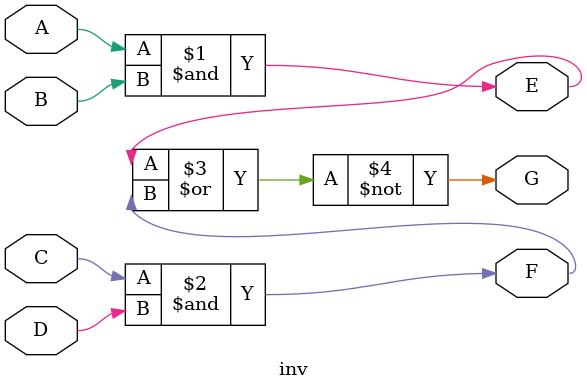
<source format=v>
`timescale 1ns / 1ps

module inv(
    input A,
    input B,
    input C,
    input D,
    
    output E,
    output F,
    output G
    );
    
    assign E = A&B;
    assign F = C&D;
    assign G = ~(E|F);
    
endmodule

</source>
